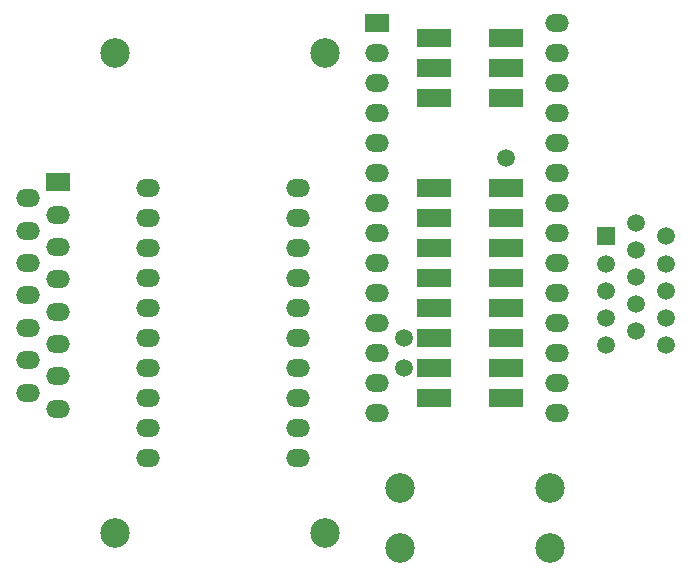
<source format=gbr>
G04 --- HEADER BEGIN --- *
%TF.GenerationSoftware,LibrePCB,LibrePCB,0.1.4*%
%TF.CreationDate,2020-06-05T20:12:50*%
%TF.ProjectId,Apple 2c VGA - default,6ee0dbe1-6aad-4263-9a0f-7c091fb3c0df,v1.4*%
%TF.Part,Single*%
%FSLAX66Y66*%
%MOMM*%
G01*
G74*
G04 --- HEADER END --- *
G04 --- APERTURE LIST BEGIN --- *
%ADD10R,3.0X1.5*%
%ADD11O,2.0X1.5*%
%ADD12R,2.0X1.5*%
%ADD13C,1.5*%
%ADD14C,2.5*%
%ADD15R,1.5X1.5*%
G04 --- APERTURE LIST END --- *
G04 --- BOARD BEGIN --- *
D10*
X50950600Y26617600D03*
X44797000Y24077600D03*
D11*
X55245000Y35560000D03*
X40005000Y43180000D03*
D12*
X40005000Y48260000D03*
D11*
X40005000Y27940000D03*
D10*
X50950600Y44397600D03*
X44797000Y31697600D03*
X50950600Y31697600D03*
X44797000Y44397600D03*
D11*
X40005000Y30480000D03*
X55245000Y22860000D03*
X55245000Y30480000D03*
D10*
X44797000Y21537600D03*
D13*
X50950600Y36777600D03*
D11*
X40005000Y40640000D03*
D13*
X42257000Y18997600D03*
D10*
X44797000Y16457600D03*
D11*
X55245000Y38100000D03*
D10*
X50950600Y41857600D03*
X44797000Y26617600D03*
D11*
X40005000Y20320000D03*
X55245000Y20320000D03*
D10*
X50950600Y21537600D03*
D11*
X40005000Y38100000D03*
D10*
X50950600Y34237600D03*
D11*
X40005000Y25400000D03*
X40005000Y22860000D03*
D10*
X50950600Y18997600D03*
D11*
X55245000Y40640000D03*
X40005000Y33020000D03*
D10*
X44797000Y41857600D03*
D11*
X55245000Y43180000D03*
X55245000Y15240000D03*
D10*
X44797000Y46937600D03*
D13*
X42257000Y21537600D03*
D10*
X44797000Y29157600D03*
D11*
X55245000Y33020000D03*
X40005000Y45720000D03*
X40005000Y17780000D03*
D10*
X50950600Y29157600D03*
X44797000Y34237600D03*
X50950600Y24077600D03*
X44797000Y18997600D03*
D11*
X55245000Y48260000D03*
X55245000Y27940000D03*
D10*
X50950600Y16457600D03*
D11*
X55245000Y25400000D03*
X55245000Y45720000D03*
X40005000Y35560000D03*
D10*
X50950600Y46937600D03*
D11*
X40005000Y15240000D03*
X55245000Y17780000D03*
D14*
X17780000Y45720000D03*
X35560000Y45720000D03*
X35560000Y5080000D03*
X17780000Y5080000D03*
D11*
X20637500Y11430000D03*
X33337500Y19050000D03*
X20637500Y34290000D03*
X33337500Y31750000D03*
X33337500Y24130000D03*
X20637500Y31750000D03*
X20637500Y24130000D03*
X33337500Y34290000D03*
X33337500Y29210000D03*
X20637500Y29210000D03*
X33337500Y26670000D03*
X33337500Y13970000D03*
X20637500Y16510000D03*
X33337500Y11430000D03*
X20637500Y21590000D03*
X20637500Y19050000D03*
X20637500Y26670000D03*
X20637500Y13970000D03*
X33337500Y21590000D03*
X33337500Y16510000D03*
D13*
X64452500Y30145000D03*
X64452500Y27855000D03*
X64452500Y20985000D03*
X61912500Y26710000D03*
X64452500Y23275000D03*
D15*
X59372500Y30145000D03*
D13*
X59372500Y23275000D03*
X59372500Y25565000D03*
X59372500Y20985000D03*
X61912500Y22130000D03*
X61912500Y24420000D03*
X61912500Y29000000D03*
X61912500Y31290000D03*
X59372500Y27855000D03*
X64452500Y25565000D03*
D12*
X13017500Y34737500D03*
D11*
X13017500Y18297500D03*
X10477500Y16927500D03*
X13017500Y23777500D03*
X10477500Y22407500D03*
X13017500Y26517500D03*
X13017500Y15557500D03*
X10477500Y33367500D03*
X10477500Y27887500D03*
X13017500Y31997500D03*
X10477500Y19667500D03*
X10477500Y25147500D03*
X13017500Y21037500D03*
X13017500Y29257500D03*
X10477500Y30627500D03*
D14*
X41910000Y8890000D03*
X54610000Y3810000D03*
X41910000Y3810000D03*
X54610000Y8890000D03*
G04 --- BOARD END --- *
%TF.MD5,45f97afa2a9baf571362a11e8d2de7f9*%
M02*

</source>
